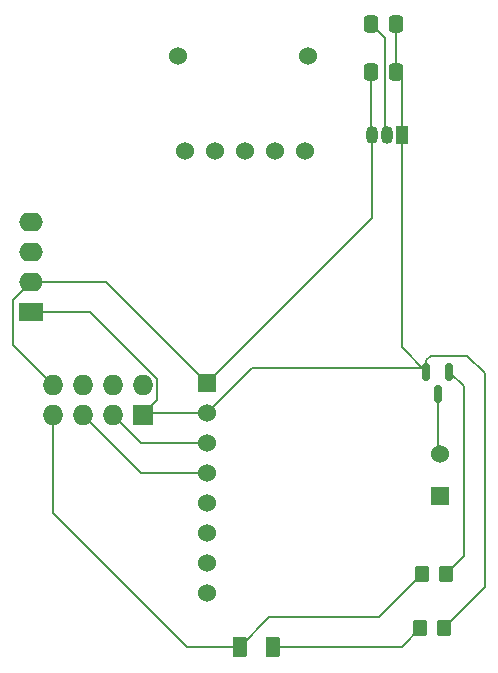
<source format=gbr>
%TF.GenerationSoftware,KiCad,Pcbnew,8.0.8-unknown-202501290020~8b811aa383~ubuntu24.04.1*%
%TF.CreationDate,2025-03-07T17:37:34-05:00*%
%TF.ProjectId,Acceleration Logger,41636365-6c65-4726-9174-696f6e204c6f,rev?*%
%TF.SameCoordinates,Original*%
%TF.FileFunction,Copper,L1,Top*%
%TF.FilePolarity,Positive*%
%FSLAX46Y46*%
G04 Gerber Fmt 4.6, Leading zero omitted, Abs format (unit mm)*
G04 Created by KiCad (PCBNEW 8.0.8-unknown-202501290020~8b811aa383~ubuntu24.04.1) date 2025-03-07 17:37:34*
%MOMM*%
%LPD*%
G01*
G04 APERTURE LIST*
G04 Aperture macros list*
%AMRoundRect*
0 Rectangle with rounded corners*
0 $1 Rounding radius*
0 $2 $3 $4 $5 $6 $7 $8 $9 X,Y pos of 4 corners*
0 Add a 4 corners polygon primitive as box body*
4,1,4,$2,$3,$4,$5,$6,$7,$8,$9,$2,$3,0*
0 Add four circle primitives for the rounded corners*
1,1,$1+$1,$2,$3*
1,1,$1+$1,$4,$5*
1,1,$1+$1,$6,$7*
1,1,$1+$1,$8,$9*
0 Add four rect primitives between the rounded corners*
20,1,$1+$1,$2,$3,$4,$5,0*
20,1,$1+$1,$4,$5,$6,$7,0*
20,1,$1+$1,$6,$7,$8,$9,0*
20,1,$1+$1,$8,$9,$2,$3,0*%
G04 Aperture macros list end*
%TA.AperFunction,ComponentPad*%
%ADD10C,1.524000*%
%TD*%
%TA.AperFunction,SMDPad,CuDef*%
%ADD11RoundRect,0.250000X-0.350000X-0.450000X0.350000X-0.450000X0.350000X0.450000X-0.350000X0.450000X0*%
%TD*%
%TA.AperFunction,SMDPad,CuDef*%
%ADD12RoundRect,0.250000X-0.337500X-0.475000X0.337500X-0.475000X0.337500X0.475000X-0.337500X0.475000X0*%
%TD*%
%TA.AperFunction,ComponentPad*%
%ADD13R,2.000000X1.600000*%
%TD*%
%TA.AperFunction,ComponentPad*%
%ADD14O,2.000000X1.600000*%
%TD*%
%TA.AperFunction,ComponentPad*%
%ADD15R,1.524000X1.524000*%
%TD*%
%TA.AperFunction,ComponentPad*%
%ADD16R,1.727200X1.727200*%
%TD*%
%TA.AperFunction,ComponentPad*%
%ADD17O,1.727200X1.727200*%
%TD*%
%TA.AperFunction,ComponentPad*%
%ADD18R,1.050000X1.500000*%
%TD*%
%TA.AperFunction,ComponentPad*%
%ADD19O,1.050000X1.500000*%
%TD*%
%TA.AperFunction,SMDPad,CuDef*%
%ADD20RoundRect,0.250000X0.375000X0.625000X-0.375000X0.625000X-0.375000X-0.625000X0.375000X-0.625000X0*%
%TD*%
%TA.AperFunction,SMDPad,CuDef*%
%ADD21RoundRect,0.150000X-0.150000X0.587500X-0.150000X-0.587500X0.150000X-0.587500X0.150000X0.587500X0*%
%TD*%
%TA.AperFunction,Conductor*%
%ADD22C,0.200000*%
%TD*%
G04 APERTURE END LIST*
D10*
%TO.P,J2,1,VBus*%
%TO.N,/+5V*%
X136430000Y-82970000D03*
%TO.P,J2,2,D-*%
%TO.N,unconnected-(J2-D--Pad2)*%
X138970000Y-82970000D03*
%TO.P,J2,3,D+*%
%TO.N,unconnected-(J2-D+-Pad3)*%
X141510000Y-82970000D03*
%TO.P,J2,4,ID*%
%TO.N,unconnected-(J2-ID-Pad4)*%
X144050000Y-82970000D03*
%TO.P,J2,5,Gnd*%
%TO.N,Earth*%
X146590000Y-82970000D03*
%TO.P,J2,6*%
%TO.N,N/C*%
X146830000Y-74970000D03*
%TO.P,J2,7*%
X135830000Y-74970000D03*
%TD*%
D11*
%TO.P,R2,1*%
%TO.N,Net-(D1-A)*%
X156500000Y-118840000D03*
%TO.P,R2,2*%
%TO.N,Net-(Q1-B)*%
X158500000Y-118840000D03*
%TD*%
D12*
%TO.P,C1,1*%
%TO.N,/+5V*%
X152185000Y-72230000D03*
%TO.P,C1,2*%
%TO.N,Earth*%
X154260000Y-72230000D03*
%TD*%
%TO.P,C2,1*%
%TO.N,+3V3*%
X152185000Y-76330000D03*
%TO.P,C2,2*%
%TO.N,Earth*%
X154260000Y-76330000D03*
%TD*%
D13*
%TO.P,DISP1,1,Gnd*%
%TO.N,Earth*%
X123397500Y-96620000D03*
D14*
%TO.P,DISP1,2,Vcc*%
%TO.N,+3V3*%
X123397500Y-94080000D03*
%TO.P,DISP1,3,SCL*%
%TO.N,Net-(DISP1-SCL)*%
X123397500Y-91540000D03*
%TO.P,DISP1,4,SDA*%
%TO.N,Net-(DISP1-SDA)*%
X123397500Y-89000000D03*
%TD*%
D11*
%TO.P,R1,1*%
%TO.N,Net-(D1-K)*%
X156360000Y-123390000D03*
%TO.P,R1,2*%
%TO.N,Earth*%
X158360000Y-123390000D03*
%TD*%
D15*
%TO.P,U2,1,Vcc*%
%TO.N,+3V3*%
X138290000Y-102645000D03*
D10*
%TO.P,U2,2,Gnd*%
%TO.N,Earth*%
X138290000Y-105185000D03*
%TO.P,U2,3,SCL*%
%TO.N,Net-(DISP1-SCL)*%
X138290000Y-107725000D03*
%TO.P,U2,4,SDA*%
%TO.N,Net-(DISP1-SDA)*%
X138290000Y-110265000D03*
%TO.P,U2,5,XDA*%
%TO.N,unconnected-(U2-XDA-Pad5)*%
X138290000Y-112805000D03*
%TO.P,U2,6,XCL*%
%TO.N,unconnected-(U2-XCL-Pad6)*%
X138290000Y-115345000D03*
%TO.P,U2,7,AD0*%
%TO.N,unconnected-(U2-AD0-Pad7)*%
X138290000Y-117885000D03*
%TO.P,U2,8,INT*%
%TO.N,Net-(U1-U0TXD{slash}GPIO1)*%
X138290000Y-120425000D03*
%TD*%
D16*
%TO.P,U1,1,GND*%
%TO.N,Earth*%
X132890000Y-105340000D03*
D17*
%TO.P,U1,2,U0TXD/GPIO1*%
%TO.N,Net-(U1-U0TXD{slash}GPIO1)*%
X132890000Y-102800000D03*
%TO.P,U1,3,U1TXD/GPIO2*%
%TO.N,Net-(DISP1-SCL)*%
X130350000Y-105340000D03*
%TO.P,U1,4,CH_EN/CH_PD*%
%TO.N,unconnected-(U1-CH_EN{slash}CH_PD-Pad4)*%
X130350000Y-102800000D03*
%TO.P,U1,5,GPIO0*%
%TO.N,Net-(DISP1-SDA)*%
X127810000Y-105340000D03*
%TO.P,U1,6,RST*%
%TO.N,unconnected-(U1-RST-Pad6)*%
X127810000Y-102800000D03*
%TO.P,U1,7,GPIO3/U0RXD*%
%TO.N,Net-(D1-A)*%
X125270000Y-105340000D03*
%TO.P,U1,8,VCC*%
%TO.N,+3V3*%
X125270000Y-102800000D03*
%TD*%
D18*
%TO.P,U3,1,GND*%
%TO.N,Earth*%
X154810000Y-81620000D03*
D19*
%TO.P,U3,2,VI*%
%TO.N,/+5V*%
X153540000Y-81620000D03*
%TO.P,U3,3,VO*%
%TO.N,+3V3*%
X152270000Y-81620000D03*
%TD*%
D20*
%TO.P,D1,1,K*%
%TO.N,Net-(D1-K)*%
X143880000Y-124950000D03*
%TO.P,D1,2,A*%
%TO.N,Net-(D1-A)*%
X141080000Y-124950000D03*
%TD*%
D15*
%TO.P,J1,1,Pin_1*%
%TO.N,+3V3*%
X158020000Y-112180000D03*
D10*
%TO.P,J1,2,Pin_2*%
%TO.N,Net-(J1-Pin_2)*%
X158020000Y-108680000D03*
%TD*%
D21*
%TO.P,Q1,1,B*%
%TO.N,Net-(Q1-B)*%
X158772500Y-101672500D03*
%TO.P,Q1,2,E*%
%TO.N,Earth*%
X156872500Y-101672500D03*
%TO.P,Q1,3,C*%
%TO.N,Net-(J1-Pin_2)*%
X157822500Y-103547500D03*
%TD*%
D22*
%TO.N,Net-(DISP1-SCL)*%
X132735000Y-107725000D02*
X138290000Y-107725000D01*
X130350000Y-105340000D02*
X132735000Y-107725000D01*
%TO.N,Net-(DISP1-SDA)*%
X132735000Y-110265000D02*
X138290000Y-110265000D01*
X127810000Y-105340000D02*
X132735000Y-110265000D01*
%TO.N,Earth*%
X154810000Y-99610000D02*
X156872500Y-101672500D01*
X132890000Y-105340000D02*
X132890000Y-105240000D01*
X138290000Y-105185000D02*
X133045000Y-105185000D01*
X160320000Y-100310000D02*
X157230000Y-100310000D01*
X157230000Y-100310000D02*
X156872500Y-100667500D01*
X134053600Y-104076400D02*
X134053600Y-102318021D01*
X161830000Y-101820000D02*
X160320000Y-100310000D01*
X158360000Y-123390000D02*
X161830000Y-119920000D01*
X154810000Y-81620000D02*
X154810000Y-99610000D01*
X142102500Y-101372500D02*
X138290000Y-105185000D01*
X154260000Y-76330000D02*
X154810000Y-76880000D01*
X154810000Y-76880000D02*
X154810000Y-81620000D01*
X156872500Y-100667500D02*
X156872500Y-101672500D01*
X128355579Y-96620000D02*
X123397500Y-96620000D01*
X156572500Y-101372500D02*
X142102500Y-101372500D01*
X156872500Y-101672500D02*
X156572500Y-101372500D01*
X132890000Y-105240000D02*
X134053600Y-104076400D01*
X134053600Y-102318021D02*
X128355579Y-96620000D01*
X133045000Y-105185000D02*
X132890000Y-105340000D01*
X161830000Y-119920000D02*
X161830000Y-101820000D01*
X154260000Y-72230000D02*
X154260000Y-76330000D01*
%TO.N,+3V3*%
X123397500Y-94080000D02*
X121870000Y-95607500D01*
X129725000Y-94080000D02*
X138290000Y-102645000D01*
X152270000Y-81620000D02*
X152270000Y-88665000D01*
X152185000Y-76330000D02*
X152185000Y-81535000D01*
X123397500Y-94080000D02*
X129725000Y-94080000D01*
X152185000Y-81535000D02*
X152270000Y-81620000D01*
X121870000Y-99400000D02*
X125270000Y-102800000D01*
X121870000Y-95607500D02*
X121870000Y-99400000D01*
X152270000Y-88665000D02*
X138290000Y-102645000D01*
%TO.N,Net-(J1-Pin_2)*%
X157822500Y-103547500D02*
X157822500Y-108482500D01*
X157822500Y-108482500D02*
X158020000Y-108680000D01*
%TO.N,Net-(Q1-B)*%
X160022000Y-117318000D02*
X158500000Y-118840000D01*
X160022000Y-102922000D02*
X160022000Y-117318000D01*
X158772500Y-101672500D02*
X160022000Y-102922000D01*
%TO.N,Net-(D1-A)*%
X156500000Y-118840000D02*
X152860000Y-122480000D01*
X125270000Y-105340000D02*
X125270000Y-113620000D01*
X152860000Y-122480000D02*
X143550000Y-122480000D01*
X125270000Y-113620000D02*
X136600000Y-124950000D01*
X143550000Y-122480000D02*
X141080000Y-124950000D01*
X136600000Y-124950000D02*
X141080000Y-124950000D01*
%TO.N,Net-(D1-K)*%
X156360000Y-123390000D02*
X154860000Y-124890000D01*
X154830000Y-124950000D02*
X143880000Y-124950000D01*
X154860000Y-124890000D02*
X154860000Y-124920000D01*
X154860000Y-124920000D02*
X154830000Y-124950000D01*
%TO.N,/+5V*%
X152185000Y-72230000D02*
X153372500Y-73417500D01*
X153372500Y-81452500D02*
X153540000Y-81620000D01*
X153372500Y-73417500D02*
X153372500Y-81452500D01*
%TD*%
M02*

</source>
